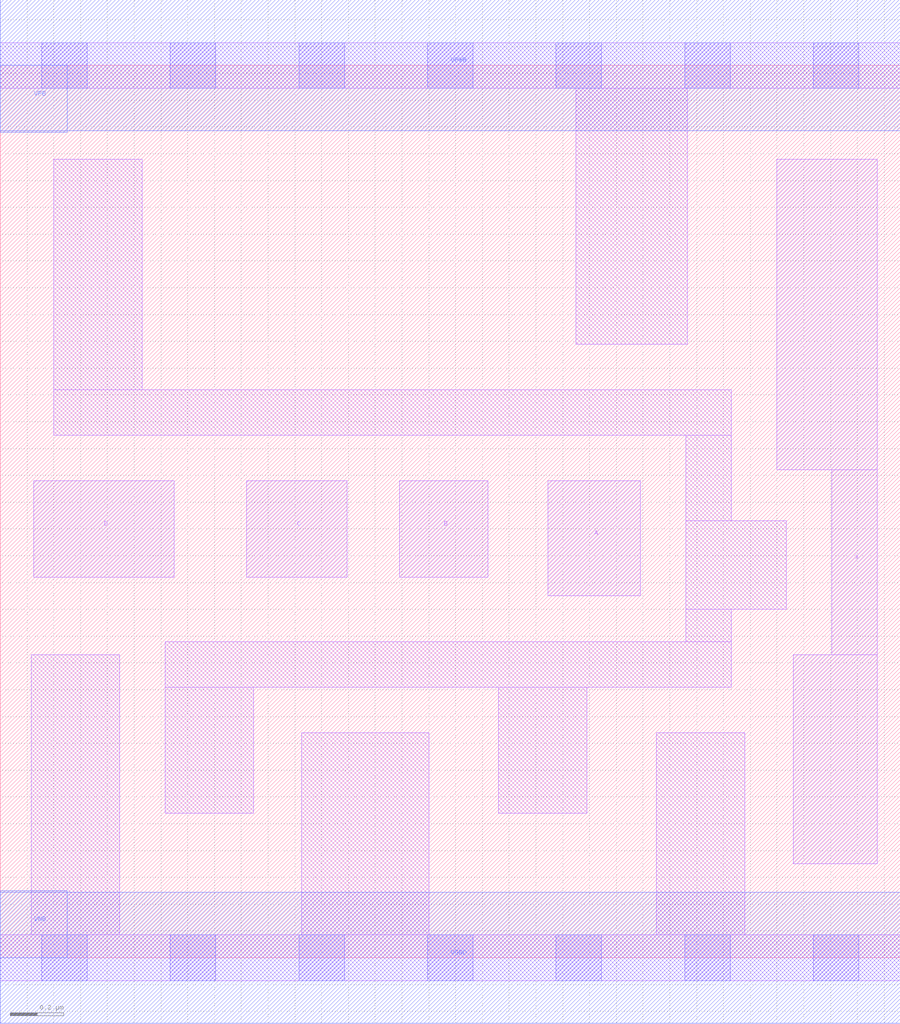
<source format=lef>
# Copyright 2020 The SkyWater PDK Authors
#
# Licensed under the Apache License, Version 2.0 (the "License");
# you may not use this file except in compliance with the License.
# You may obtain a copy of the License at
#
#     https://www.apache.org/licenses/LICENSE-2.0
#
# Unless required by applicable law or agreed to in writing, software
# distributed under the License is distributed on an "AS IS" BASIS,
# WITHOUT WARRANTIES OR CONDITIONS OF ANY KIND, either express or implied.
# See the License for the specific language governing permissions and
# limitations under the License.
#
# SPDX-License-Identifier: Apache-2.0

VERSION 5.5 ;
NAMESCASESENSITIVE ON ;
BUSBITCHARS "[]" ;
DIVIDERCHAR "/" ;
MACRO sky130_fd_sc_hs__or4_1
  CLASS CORE ;
  SOURCE USER ;
  ORIGIN  0.000000  0.000000 ;
  SIZE  3.360000 BY  3.330000 ;
  SYMMETRY X Y ;
  SITE unit ;
  PIN A
    ANTENNAGATEAREA  0.233000 ;
    DIRECTION INPUT ;
    USE SIGNAL ;
    PORT
      LAYER li1 ;
        RECT 2.045000 1.350000 2.390000 1.780000 ;
    END
  END A
  PIN B
    ANTENNAGATEAREA  0.233000 ;
    DIRECTION INPUT ;
    USE SIGNAL ;
    PORT
      LAYER li1 ;
        RECT 1.490000 1.420000 1.820000 1.780000 ;
    END
  END B
  PIN C
    ANTENNAGATEAREA  0.233000 ;
    DIRECTION INPUT ;
    USE SIGNAL ;
    PORT
      LAYER li1 ;
        RECT 0.920000 1.420000 1.295000 1.780000 ;
    END
  END C
  PIN D
    ANTENNAGATEAREA  0.233000 ;
    DIRECTION INPUT ;
    USE SIGNAL ;
    PORT
      LAYER li1 ;
        RECT 0.125000 1.420000 0.650000 1.780000 ;
    END
  END D
  PIN X
    ANTENNADIFFAREA  0.541300 ;
    DIRECTION OUTPUT ;
    USE SIGNAL ;
    PORT
      LAYER li1 ;
        RECT 2.900000 1.820000 3.275000 2.980000 ;
        RECT 2.960000 0.350000 3.275000 1.130000 ;
        RECT 3.105000 1.130000 3.275000 1.820000 ;
    END
  END X
  PIN VGND
    DIRECTION INOUT ;
    USE GROUND ;
    PORT
      LAYER met1 ;
        RECT 0.000000 -0.245000 3.360000 0.245000 ;
    END
  END VGND
  PIN VNB
    DIRECTION INOUT ;
    USE GROUND ;
    PORT
    END
  END VNB
  PIN VPB
    DIRECTION INOUT ;
    USE POWER ;
    PORT
    END
  END VPB
  PIN VNB
    DIRECTION INOUT ;
    USE GROUND ;
    PORT
      LAYER met1 ;
        RECT 0.000000 0.000000 0.250000 0.250000 ;
    END
  END VNB
  PIN VPB
    DIRECTION INOUT ;
    USE POWER ;
    PORT
      LAYER met1 ;
        RECT 0.000000 3.080000 0.250000 3.330000 ;
    END
  END VPB
  PIN VPWR
    DIRECTION INOUT ;
    USE POWER ;
    PORT
      LAYER met1 ;
        RECT 0.000000 3.085000 3.360000 3.575000 ;
    END
  END VPWR
  OBS
    LAYER li1 ;
      RECT 0.000000 -0.085000 3.360000 0.085000 ;
      RECT 0.000000  3.245000 3.360000 3.415000 ;
      RECT 0.115000  0.085000 0.445000 1.130000 ;
      RECT 0.200000  1.950000 2.730000 2.120000 ;
      RECT 0.200000  2.120000 0.530000 2.980000 ;
      RECT 0.615000  0.540000 0.945000 1.010000 ;
      RECT 0.615000  1.010000 2.730000 1.180000 ;
      RECT 1.125000  0.085000 1.600000 0.840000 ;
      RECT 1.860000  0.540000 2.190000 1.010000 ;
      RECT 2.150000  2.290000 2.565000 3.245000 ;
      RECT 2.450000  0.085000 2.780000 0.840000 ;
      RECT 2.560000  1.180000 2.730000 1.300000 ;
      RECT 2.560000  1.300000 2.935000 1.630000 ;
      RECT 2.560000  1.630000 2.730000 1.950000 ;
    LAYER mcon ;
      RECT 0.155000 -0.085000 0.325000 0.085000 ;
      RECT 0.155000  3.245000 0.325000 3.415000 ;
      RECT 0.635000 -0.085000 0.805000 0.085000 ;
      RECT 0.635000  3.245000 0.805000 3.415000 ;
      RECT 1.115000 -0.085000 1.285000 0.085000 ;
      RECT 1.115000  3.245000 1.285000 3.415000 ;
      RECT 1.595000 -0.085000 1.765000 0.085000 ;
      RECT 1.595000  3.245000 1.765000 3.415000 ;
      RECT 2.075000 -0.085000 2.245000 0.085000 ;
      RECT 2.075000  3.245000 2.245000 3.415000 ;
      RECT 2.555000 -0.085000 2.725000 0.085000 ;
      RECT 2.555000  3.245000 2.725000 3.415000 ;
      RECT 3.035000 -0.085000 3.205000 0.085000 ;
      RECT 3.035000  3.245000 3.205000 3.415000 ;
  END
END sky130_fd_sc_hs__or4_1
END LIBRARY

</source>
